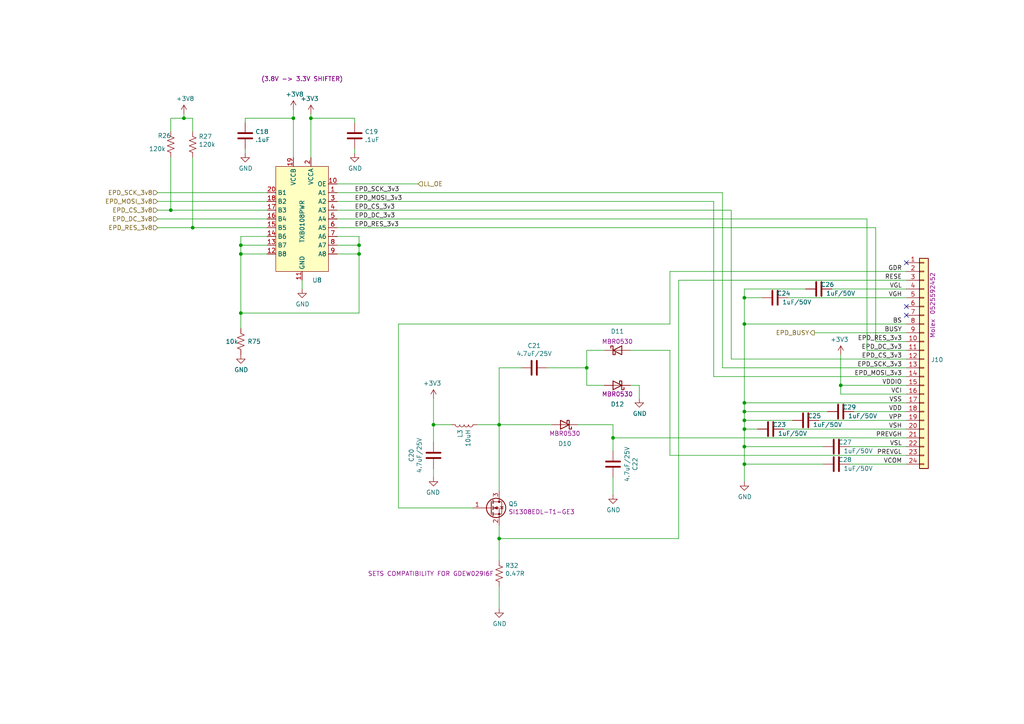
<source format=kicad_sch>
(kicad_sch (version 20230121) (generator eeschema)
  (paper "A4")
  (title_block (title "ePAPER DRIVER") (comment 1 "For Good Display GDEW029I6F "))
  (lib_symbols
    (symbol "Connector_Generic:Conn_01x24" (pin_names (offset 1.016) hide)
      (property "Reference" "J" (at 0 30.48 0))
      (property "Value" "Conn_01x24" (at 0 -33.02 0))
      (symbol "Conn_01x24_1_1"
        (rectangle (start -1.27 -30.353) (end 0 -30.607) (stroke (width 0.1524)))
        (rectangle (start -1.27 -27.813) (end 0 -28.067) (stroke (width 0.1524)))
        (rectangle (start -1.27 -25.273) (end 0 -25.527) (stroke (width 0.1524)))
        (rectangle (start -1.27 -22.733) (end 0 -22.987) (stroke (width 0.1524)))
        (rectangle (start -1.27 -20.193) (end 0 -20.447) (stroke (width 0.1524)))
        (rectangle (start -1.27 -17.653) (end 0 -17.907) (stroke (width 0.1524)))
        (rectangle (start -1.27 -15.113) (end 0 -15.367) (stroke (width 0.1524)))
        (rectangle (start -1.27 -12.573) (end 0 -12.827) (stroke (width 0.1524)))
        (rectangle (start -1.27 -10.033) (end 0 -10.287) (stroke (width 0.1524)))
        (rectangle (start -1.27 -7.493) (end 0 -7.747) (stroke (width 0.1524)))
        (rectangle (start -1.27 -4.953) (end 0 -5.207) (stroke (width 0.1524)))
        (rectangle (start -1.27 -2.413) (end 0 -2.667) (stroke (width 0.1524)))
        (rectangle (start -1.27 0.127) (end 0 -0.127) (stroke (width 0.1524)))
        (rectangle (start -1.27 2.667) (end 0 2.413) (stroke (width 0.1524)))
        (rectangle (start -1.27 5.207) (end 0 4.953) (stroke (width 0.1524)))
        (rectangle (start -1.27 7.747) (end 0 7.493) (stroke (width 0.1524)))
        (rectangle (start -1.27 10.287) (end 0 10.033) (stroke (width 0.1524)))
        (rectangle (start -1.27 12.827) (end 0 12.573) (stroke (width 0.1524)))
        (rectangle (start -1.27 15.367) (end 0 15.113) (stroke (width 0.1524)))
        (rectangle (start -1.27 17.907) (end 0 17.653) (stroke (width 0.1524)))
        (rectangle (start -1.27 20.447) (end 0 20.193) (stroke (width 0.1524)))
        (rectangle (start -1.27 22.987) (end 0 22.733) (stroke (width 0.1524)))
        (rectangle (start -1.27 25.527) (end 0 25.273) (stroke (width 0.1524)))
        (rectangle (start -1.27 28.067) (end 0 27.813) (stroke (width 0.1524)))
        (rectangle (start -1.27 29.21) (end 1.27 -31.75) (stroke (width 0.254)) (fill (type background)))
        (pin passive line (at -5.08 27.94 0) (length 3.81) (name "Pin_1") (number "1"))
        (pin passive line (at -5.08 5.08 0) (length 3.81) (name "Pin_10") (number "10"))
        (pin passive line (at -5.08 2.54 0) (length 3.81) (name "Pin_11") (number "11"))
        (pin passive line (at -5.08 0 0) (length 3.81) (name "Pin_12") (number "12"))
        (pin passive line (at -5.08 -2.54 0) (length 3.81) (name "Pin_13") (number "13"))
        (pin passive line (at -5.08 -5.08 0) (length 3.81) (name "Pin_14") (number "14"))
        (pin passive line (at -5.08 -7.62 0) (length 3.81) (name "Pin_15") (number "15"))
        (pin passive line (at -5.08 -10.16 0) (length 3.81) (name "Pin_16") (number "16"))
        (pin passive line (at -5.08 -12.7 0) (length 3.81) (name "Pin_17") (number "17"))
        (pin passive line (at -5.08 -15.24 0) (length 3.81) (name "Pin_18") (number "18"))
        (pin passive line (at -5.08 -17.78 0) (length 3.81) (name "Pin_19") (number "19"))
        (pin passive line (at -5.08 25.4 0) (length 3.81) (name "Pin_2") (number "2"))
        (pin passive line (at -5.08 -20.32 0) (length 3.81) (name "Pin_20") (number "20"))
        (pin passive line (at -5.08 -22.86 0) (length 3.81) (name "Pin_21") (number "21"))
        (pin passive line (at -5.08 -25.4 0) (length 3.81) (name "Pin_22") (number "22"))
        (pin passive line (at -5.08 -27.94 0) (length 3.81) (name "Pin_23") (number "23"))
        (pin passive line (at -5.08 -30.48 0) (length 3.81) (name "Pin_24") (number "24"))
        (pin passive line (at -5.08 22.86 0) (length 3.81) (name "Pin_3") (number "3"))
        (pin passive line (at -5.08 20.32 0) (length 3.81) (name "Pin_4") (number "4"))
        (pin passive line (at -5.08 17.78 0) (length 3.81) (name "Pin_5") (number "5"))
        (pin passive line (at -5.08 15.24 0) (length 3.81) (name "Pin_6") (number "6"))
        (pin passive line (at -5.08 12.7 0) (length 3.81) (name "Pin_7") (number "7"))
        (pin passive line (at -5.08 10.16 0) (length 3.81) (name "Pin_8") (number "8"))
        (pin passive line (at -5.08 7.62 0) (length 3.81) (name "Pin_9") (number "9"))
      )
    )
    (symbol "Device:C" (pin_numbers hide) (pin_names (offset 0.254))
      (property "Reference" "C" (at 0.635 2.54 0))
      (property "Value" "C" (at 0.635 -2.54 0))
      (symbol "C_0_1"
        (polyline (pts (xy -2.032 -0.762) (xy 2.032 -0.762)) (stroke (width 0.508)))
        (polyline (pts (xy -2.032 0.762) (xy 2.032 0.762)) (stroke (width 0.508)))
      )
      (symbol "C_1_1"
        (pin passive line (at 0 3.81 270) (length 2.794) (name "~") (number "1"))
        (pin passive line (at 0 -3.81 90) (length 2.794) (name "~") (number "2"))
      )
    )
    (symbol "Device:L" (pin_numbers hide) (pin_names (offset 1.016) hide)
      (property "Reference" "L" (at -1.27 0 90))
      (property "Value" "L" (at 1.905 0 90))
      (symbol "L_0_1"
        (arc (start 0 -2.54) (mid 0.6323 -1.905) (end 0 -1.27))
        (arc (start 0 -1.27) (mid 0.6323 -0.635) (end 0 0))
        (arc (start 0 0) (mid 0.6323 0.635) (end 0 1.27))
        (arc (start 0 1.27) (mid 0.6323 1.905) (end 0 2.54))
      )
      (symbol "L_1_1"
        (pin passive line (at 0 3.81 270) (length 1.27) (name "1") (number "1"))
        (pin passive line (at 0 -3.81 90) (length 1.27) (name "2") (number "2"))
      )
    )
    (symbol "Device:Q_NMOS_GSD" (pin_names (offset 0) hide)
      (property "Reference" "Q" (at 5.08 1.27 0))
      (property "Value" "Q_NMOS_GSD" (at 5.08 -1.27 0))
      (symbol "Q_NMOS_GSD_0_1"
        (polyline (pts (xy 0.254 0) (xy -2.54 0)))
        (polyline (pts (xy 0.254 1.905) (xy 0.254 -1.905)) (stroke (width 0.254)))
        (polyline (pts (xy 0.762 -1.27) (xy 0.762 -2.286)) (stroke (width 0.254)))
        (polyline (pts (xy 0.762 0.508) (xy 0.762 -0.508)) (stroke (width 0.254)))
        (polyline (pts (xy 0.762 2.286) (xy 0.762 1.27)) (stroke (width 0.254)))
        (polyline (pts (xy 2.54 2.54) (xy 2.54 1.778)))
        (polyline (pts (xy 2.54 -2.54) (xy 2.54 0) (xy 0.762 0)))
        (polyline (pts (xy 0.762 -1.778) (xy 3.302 -1.778) (xy 3.302 1.778) (xy 0.762 1.778)))
        (polyline (pts (xy 1.016 0) (xy 2.032 0.381) (xy 2.032 -0.381) (xy 1.016 0)) (fill (type outline)))
        (polyline (pts (xy 2.794 0.508) (xy 2.921 0.381) (xy 3.683 0.381) (xy 3.81 0.254)))
        (polyline (pts (xy 3.302 0.381) (xy 2.921 -0.254) (xy 3.683 -0.254) (xy 3.302 0.381)))
        (circle (center 1.651 0) (radius 2.794) (stroke (width 0.254)))
        (circle (center 2.54 -1.778) (radius 0.254) (fill (type outline)))
        (circle (center 2.54 1.778) (radius 0.254) (fill (type outline)))
      )
      (symbol "Q_NMOS_GSD_1_1"
        (pin input line (at -5.08 0 0) (length 2.54) (name "G") (number "1"))
        (pin passive line (at 2.54 -5.08 90) (length 2.54) (name "S") (number "2"))
        (pin passive line (at 2.54 5.08 270) (length 2.54) (name "D") (number "3"))
      )
    )
    (symbol "Device:R_US" (pin_numbers hide) (pin_names (offset 0))
      (property "Reference" "R" (at 2.54 0 90))
      (property "Value" "R_US" (at -2.54 0 90))
      (symbol "R_US_0_1"
        (polyline (pts (xy 0 -2.286) (xy 0 -2.54)))
        (polyline (pts (xy 0 2.286) (xy 0 2.54)))
        (polyline (pts (xy 0 -0.762) (xy 1.016 -1.143) (xy 0 -1.524) (xy -1.016 -1.905) (xy 0 -2.286)))
        (polyline (pts (xy 0 0.762) (xy 1.016 0.381) (xy 0 0) (xy -1.016 -0.381) (xy 0 -0.762)))
        (polyline (pts (xy 0 2.286) (xy 1.016 1.905) (xy 0 1.524) (xy -1.016 1.143) (xy 0 0.762)))
      )
      (symbol "R_US_1_1"
        (pin passive line (at 0 3.81 270) (length 1.27) (name "~") (number "1"))
        (pin passive line (at 0 -3.81 90) (length 1.27) (name "~") (number "2"))
      )
    )
    (symbol "Diode:MBR0530" (pin_numbers hide) (pin_names (offset 1.016) hide)
      (property "Reference" "D" (at 0 2.54 0))
      (property "Value" "MBR0530" (at 0 -2.54 0))
      (symbol "MBR0530_0_1"
        (polyline (pts (xy 1.27 0) (xy -1.27 0)))
        (polyline (pts (xy 1.27 1.27) (xy 1.27 -1.27) (xy -1.27 0) (xy 1.27 1.27)) (stroke (width 0.254)))
        (polyline (pts (xy -1.905 0.635) (xy -1.905 1.27) (xy -1.27 1.27) (xy -1.27 -1.27) (xy -0.635 -1.27) (xy -0.635 -0.635)) (stroke (width 0.254)))
      )
      (symbol "MBR0530_1_1"
        (pin passive line (at -3.81 0 0) (length 2.54) (name "K") (number "1"))
        (pin passive line (at 3.81 0 180) (length 2.54) (name "A") (number "2"))
      )
    )
    (symbol "MBR0530_1" (pin_numbers hide) (pin_names (offset 1.016) hide)
      (property "Reference" "D" (at 0 2.54 0))
      (property "Value" "MBR0530_1" (at 0 -2.54 0))
      (symbol "MBR0530_1_0_1"
        (polyline (pts (xy 1.27 0) (xy -1.27 0)))
        (polyline (pts (xy 1.27 1.27) (xy 1.27 -1.27) (xy -1.27 0) (xy 1.27 1.27)) (stroke (width 0.254)))
        (polyline (pts (xy -1.905 0.635) (xy -1.905 1.27) (xy -1.27 1.27) (xy -1.27 -1.27) (xy -0.635 -1.27) (xy -0.635 -0.635)) (stroke (width 0.254)))
      )
      (symbol "MBR0530_1_1_1"
        (pin passive line (at -3.81 0 0) (length 2.54) (name "K") (number "1"))
        (pin passive line (at 3.81 0 180) (length 2.54) (name "A") (number "2"))
      )
    )
    (symbol "MyLibrary:TXB0108PWR"
      (property "Reference" "U" (at 1.27 7.62 0))
      (property "Value" "TXB0108PWR" (at 0 -0.635 90))
      (symbol "TXB0108PWR_0_1"
        (rectangle (start -7.62 13.97) (end 7.62 -16.51) (fill (type background)))
      )
      (symbol "TXB0108PWR_1_1"
        (pin bidirectional line (at -10.16 6.35 0) (length 2.54) (name "A1") (number "1"))
        (pin bidirectional line (at -10.16 8.89 0) (length 2.54) (name "OE") (number "10"))
        (pin bidirectional line (at 0 -19.05 90) (length 2.54) (name "GND") (number "11"))
        (pin bidirectional line (at 10.16 -11.43 180) (length 2.54) (name "B8") (number "12"))
        (pin bidirectional line (at 10.16 -8.89 180) (length 2.54) (name "B7") (number "13"))
        (pin bidirectional line (at 10.16 -6.35 180) (length 2.54) (name "B6") (number "14"))
        (pin bidirectional line (at 10.16 -3.81 180) (length 2.54) (name "B5") (number "15"))
        (pin bidirectional line (at 10.16 -1.27 180) (length 2.54) (name "B4") (number "16"))
        (pin bidirectional line (at 10.16 1.27 180) (length 2.54) (name "B3") (number "17"))
        (pin bidirectional line (at 10.16 3.81 180) (length 2.54) (name "B2") (number "18"))
        (pin bidirectional line (at 2.54 16.51 270) (length 2.54) (name "VCCB") (number "19"))
        (pin bidirectional line (at -2.54 16.51 270) (length 2.54) (name "VCCA") (number "2"))
        (pin bidirectional line (at 10.16 6.35 180) (length 2.54) (name "B1") (number "20"))
        (pin bidirectional line (at -10.16 3.81 0) (length 2.54) (name "A2") (number "3"))
        (pin bidirectional line (at -10.16 1.27 0) (length 2.54) (name "A3") (number "4"))
        (pin bidirectional line (at -10.16 -1.27 0) (length 2.54) (name "A4") (number "5"))
        (pin bidirectional line (at -10.16 -3.81 0) (length 2.54) (name "A5") (number "6"))
        (pin bidirectional line (at -10.16 -6.35 0) (length 2.54) (name "A6") (number "7"))
        (pin bidirectional line (at -10.16 -8.89 0) (length 2.54) (name "A7") (number "8"))
        (pin bidirectional line (at -10.16 -11.43 0) (length 2.54) (name "A8") (number "9"))
      )
    )
    (symbol "power:+3V3" (power) (pin_names (offset 0))
      (property "Value" "+3V3" (at 0 3.556 0))
      (symbol "+3V3_0_1"
        (polyline (pts (xy -0.762 1.27) (xy 0 2.54)))
        (polyline (pts (xy 0 0) (xy 0 2.54)))
        (polyline (pts (xy 0 2.54) (xy 0.762 1.27)))
      )
      (symbol "+3V3_1_1"
        (pin power_in line (at 0 0 90) (length 0) hide (name "+3V3") (number "1"))
      )
    )
    (symbol "power:+3V8" (power) (pin_names (offset 0))
      (property "Value" "+3V8" (at 0 3.556 0))
      (symbol "+3V8_0_1"
        (polyline (pts (xy -0.762 1.27) (xy 0 2.54)))
        (polyline (pts (xy 0 0) (xy 0 2.54)))
        (polyline (pts (xy 0 2.54) (xy 0.762 1.27)))
      )
      (symbol "+3V8_1_1"
        (pin power_in line (at 0 0 90) (length 0) hide (name "+3V8") (number "1"))
      )
    )
    (symbol "power:GND" (power) (pin_names (offset 0))
      (property "Value" "GND" (at 0 -3.81 0))
      (symbol "GND_0_1"
        (polyline (pts (xy 0 0) (xy 0 -1.27) (xy 1.27 -1.27) (xy 0 -2.54) (xy -1.27 -1.27) (xy 0 -1.27)))
      )
      (symbol "GND_1_1"
        (pin power_in line (at 0 0 270) (length 0) hide (name "GND") (number "1"))
      )
    )
  )
  (junction (at 215.9 121.92))
  (junction (at 49.53 60.96))
  (junction (at 215.9 129.54))
  (junction (at 177.8 127))
  (junction (at 243.84 111.76))
  (junction (at 53.34 34.29))
  (junction (at 90.17 34.29))
  (junction (at 215.9 119.38))
  (junction (at 215.9 134.62))
  (junction (at 170.18 106.68))
  (junction (at 69.85 90.805))
  (junction (at 144.78 156.21))
  (junction (at 215.9 124.46))
  (junction (at 215.9 116.84))
  (junction (at 215.9 93.98))
  (junction (at 104.14 73.66))
  (junction (at 215.9 86.36))
  (junction (at 85.09 34.29))
  (junction (at 144.78 123.19))
  (junction (at 125.73 123.19))
  (junction (at 104.14 71.12))
  (junction (at 69.85 71.12))
  (junction (at 69.85 73.66))
  (junction (at 55.88 66.04))
  (no_connect (at 262.89 91.44))
  (no_connect (at 262.89 88.9))
  (no_connect (at 262.89 76.2))
  (wire (pts (xy 97.79 60.96) (xy 212.09 60.96)))
  (wire (pts (xy 55.88 38.1) (xy 55.88 34.29)))
  (wire (pts (xy 55.88 45.72) (xy 55.88 66.04)))
  (wire (pts (xy 194.31 132.08) (xy 262.89 132.08)))
  (wire (pts (xy 246.38 129.54) (xy 262.89 129.54)))
  (wire (pts (xy 194.31 132.08) (xy 194.31 101.6)))
  (wire (pts (xy 215.9 83.82) (xy 215.9 86.36)))
  (wire (pts (xy 90.17 33.02) (xy 90.17 34.29)))
  (wire (pts (xy 144.78 156.21) (xy 196.85 156.21)))
  (wire (pts (xy 71.12 34.29) (xy 71.12 35.56)))
  (wire (pts (xy 177.8 127) (xy 262.89 127)))
  (wire (pts (xy 104.14 71.12) (xy 104.14 68.58)))
  (wire (pts (xy 104.14 73.66) (xy 104.14 90.805)))
  (wire (pts (xy 243.84 111.76) (xy 243.84 114.3)))
  (wire (pts (xy 262.89 111.76) (xy 243.84 111.76)))
  (wire (pts (xy 144.78 156.21) (xy 144.78 162.56)))
  (wire (pts (xy 240.03 119.38) (xy 215.9 119.38)))
  (wire (pts (xy 144.78 170.18) (xy 144.78 176.53)))
  (wire (pts (xy 45.72 55.88) (xy 77.47 55.88)))
  (wire (pts (xy 196.85 81.28) (xy 262.89 81.28)))
  (wire (pts (xy 207.01 109.22) (xy 262.89 109.22)))
  (wire (pts (xy 251.46 63.5) (xy 251.46 101.6)))
  (wire (pts (xy 144.78 123.19) (xy 160.02 123.19)))
  (wire (pts (xy 77.47 73.66) (xy 69.85 73.66)))
  (wire (pts (xy 254 66.04) (xy 254 99.06)))
  (wire (pts (xy 215.9 124.46) (xy 215.9 129.54)))
  (wire (pts (xy 151.13 106.68) (xy 144.78 106.68)))
  (wire (pts (xy 97.79 71.12) (xy 104.14 71.12)))
  (wire (pts (xy 262.89 116.84) (xy 215.9 116.84)))
  (wire (pts (xy 243.84 114.3) (xy 262.89 114.3)))
  (wire (pts (xy 237.49 121.92) (xy 262.89 121.92)))
  (wire (pts (xy 194.31 78.74) (xy 262.89 78.74)))
  (wire (pts (xy 215.9 121.92) (xy 215.9 124.46)))
  (wire (pts (xy 207.01 58.42) (xy 207.01 109.22)))
  (wire (pts (xy 97.79 63.5) (xy 251.46 63.5)))
  (wire (pts (xy 87.63 81.28) (xy 87.63 83.82)))
  (wire (pts (xy 49.53 34.29) (xy 49.53 38.1)))
  (wire (pts (xy 170.18 101.6) (xy 175.26 101.6)))
  (wire (pts (xy 97.79 73.66) (xy 104.14 73.66)))
  (wire (pts (xy 215.9 129.54) (xy 238.76 129.54)))
  (wire (pts (xy 167.64 123.19) (xy 177.8 123.19)))
  (wire (pts (xy 125.73 115.57) (xy 125.73 123.19)))
  (wire (pts (xy 97.79 66.04) (xy 254 66.04)))
  (wire (pts (xy 125.73 138.43) (xy 125.73 135.89)))
  (wire (pts (xy 254 99.06) (xy 262.89 99.06)))
  (wire (pts (xy 77.47 66.04) (xy 55.88 66.04)))
  (wire (pts (xy 177.8 138.43) (xy 177.8 143.51)))
  (wire (pts (xy 233.68 83.82) (xy 215.9 83.82)))
  (wire (pts (xy 53.34 34.29) (xy 53.34 33.02)))
  (wire (pts (xy 158.75 106.68) (xy 170.18 106.68)))
  (wire (pts (xy 212.09 60.96) (xy 212.09 104.14)))
  (wire (pts (xy 177.8 123.19) (xy 177.8 127)))
  (wire (pts (xy 194.31 93.98) (xy 194.31 78.74)))
  (wire (pts (xy 55.88 34.29) (xy 53.34 34.29)))
  (wire (pts (xy 69.85 90.805) (xy 69.85 95.25)))
  (wire (pts (xy 262.89 124.46) (xy 227.33 124.46)))
  (wire (pts (xy 182.88 111.76) (xy 185.42 111.76)))
  (wire (pts (xy 194.31 101.6) (xy 182.88 101.6)))
  (wire (pts (xy 251.46 101.6) (xy 262.89 101.6)))
  (wire (pts (xy 212.09 104.14) (xy 262.89 104.14)))
  (wire (pts (xy 90.17 34.29) (xy 90.17 45.72)))
  (wire (pts (xy 102.87 35.56) (xy 102.87 34.29)))
  (wire (pts (xy 170.18 106.68) (xy 170.18 101.6)))
  (wire (pts (xy 209.55 106.68) (xy 262.89 106.68)))
  (wire (pts (xy 229.87 121.92) (xy 215.9 121.92)))
  (wire (pts (xy 53.34 34.29) (xy 49.53 34.29)))
  (wire (pts (xy 85.09 34.29) (xy 71.12 34.29)))
  (wire (pts (xy 104.14 73.66) (xy 104.14 71.12)))
  (wire (pts (xy 238.76 134.62) (xy 215.9 134.62)))
  (wire (pts (xy 102.87 44.45) (xy 102.87 43.18)))
  (wire (pts (xy 137.16 147.32) (xy 115.57 147.32)))
  (wire (pts (xy 236.22 96.52) (xy 262.89 96.52)))
  (wire (pts (xy 85.09 34.29) (xy 85.09 31.75)))
  (wire (pts (xy 85.09 45.72) (xy 85.09 34.29)))
  (wire (pts (xy 104.14 90.805) (xy 69.85 90.805)))
  (wire (pts (xy 262.89 83.82) (xy 241.3 83.82)))
  (wire (pts (xy 209.55 55.88) (xy 209.55 106.68)))
  (wire (pts (xy 97.79 53.34) (xy 121.285 53.34)))
  (wire (pts (xy 125.73 123.19) (xy 125.73 128.27)))
  (wire (pts (xy 215.9 116.84) (xy 215.9 119.38)))
  (wire (pts (xy 69.85 73.66) (xy 69.85 90.805)))
  (wire (pts (xy 215.9 134.62) (xy 215.9 139.7)))
  (wire (pts (xy 215.9 129.54) (xy 215.9 134.62)))
  (wire (pts (xy 97.79 55.88) (xy 209.55 55.88)))
  (wire (pts (xy 102.87 34.29) (xy 90.17 34.29)))
  (wire (pts (xy 138.43 123.19) (xy 144.78 123.19)))
  (wire (pts (xy 215.9 93.98) (xy 215.9 116.84)))
  (wire (pts (xy 45.72 63.5) (xy 77.47 63.5)))
  (wire (pts (xy 243.84 111.76) (xy 243.84 102.87)))
  (wire (pts (xy 130.81 123.19) (xy 125.73 123.19)))
  (wire (pts (xy 215.9 86.36) (xy 215.9 93.98)))
  (wire (pts (xy 69.85 71.12) (xy 77.47 71.12)))
  (wire (pts (xy 71.12 44.45) (xy 71.12 43.18)))
  (wire (pts (xy 69.85 71.12) (xy 69.85 68.58)))
  (wire (pts (xy 262.89 134.62) (xy 246.38 134.62)))
  (wire (pts (xy 170.18 106.68) (xy 170.18 111.76)))
  (wire (pts (xy 115.57 147.32) (xy 115.57 93.98)))
  (wire (pts (xy 69.85 73.66) (xy 69.85 71.12)))
  (wire (pts (xy 49.53 60.96) (xy 45.72 60.96)))
  (wire (pts (xy 115.57 93.98) (xy 194.31 93.98)))
  (wire (pts (xy 177.8 127) (xy 177.8 130.81)))
  (wire (pts (xy 196.85 156.21) (xy 196.85 81.28)))
  (wire (pts (xy 220.98 86.36) (xy 215.9 86.36)))
  (wire (pts (xy 45.72 58.42) (xy 77.47 58.42)))
  (wire (pts (xy 144.78 152.4) (xy 144.78 156.21)))
  (wire (pts (xy 55.88 66.04) (xy 45.72 66.04)))
  (wire (pts (xy 97.79 58.42) (xy 207.01 58.42)))
  (wire (pts (xy 219.71 124.46) (xy 215.9 124.46)))
  (wire (pts (xy 77.47 60.96) (xy 49.53 60.96)))
  (wire (pts (xy 170.18 111.76) (xy 175.26 111.76)))
  (wire (pts (xy 69.85 68.58) (xy 77.47 68.58)))
  (wire (pts (xy 262.89 93.98) (xy 215.9 93.98)))
  (wire (pts (xy 215.9 119.38) (xy 215.9 121.92)))
  (wire (pts (xy 185.42 111.76) (xy 185.42 115.57)))
  (wire (pts (xy 262.89 119.38) (xy 247.65 119.38)))
  (wire (pts (xy 144.78 106.68) (xy 144.78 123.19)))
  (wire (pts (xy 49.53 60.96) (xy 49.53 45.72)))
  (wire (pts (xy 262.89 86.36) (xy 228.6 86.36)))
  (wire (pts (xy 104.14 68.58) (xy 97.79 68.58)))
  (wire (pts (xy 144.78 123.19) (xy 144.78 142.24)))
  (label "EPD_CS_3v3" (at 261.62 104.14 180))
  (label "VSL" (at 261.62 129.54 180))
  (label "EPD_CS_3v3" (at 102.87 60.96 0))
  (label "GDR" (at 261.62 78.74 180))
  (label "EPD_MOSI_3v3" (at 102.87 58.42 0))
  (label "EPD_RES_3v3" (at 102.87 66.04 0))
  (label "PREVGL" (at 261.62 132.08 180))
  (label "BUSY" (at 261.62 96.52 180))
  (label "EPD_DC_3v3" (at 102.87 63.5 0))
  (label "VSH" (at 261.62 124.46 180))
  (label "VDD" (at 261.62 119.38 180))
  (label "RESE" (at 261.62 81.28 180))
  (label "EPD_DC_3v3" (at 261.62 101.6 180))
  (label "VDDIO" (at 261.62 111.76 180))
  (label "VGL" (at 261.62 83.82 180))
  (label "VCOM" (at 261.62 134.62 180))
  (label "PREVGH" (at 261.62 127 180))
  (label "EPD_RES_3v3" (at 261.62 99.06 180))
  (label "VPP" (at 261.62 121.92 180))
  (label "VSS" (at 261.62 116.84 180))
  (label "VGH" (at 261.62 86.36 180))
  (label "VCI" (at 261.62 114.3 180))
  (label "BS" (at 261.62 93.98 180))
  (label "EPD_SCK_3v3" (at 102.87 55.88 0))
  (label "EPD_MOSI_3v3" (at 261.62 109.22 180))
  (label "EPD_SCK_3v3" (at 261.62 106.68 180))
  (hierarchical_label "EPD_CS_3v8" (shape input) (at 45.72 60.96 180))
  (hierarchical_label "EPD_RES_3v8" (shape input) (at 45.72 66.04 180))
  (hierarchical_label "EPD_BUSY" (shape output) (at 236.22 96.52 180))
  (hierarchical_label "EPD_DC_3v8" (shape input) (at 45.72 63.5 180))
  (hierarchical_label "EPD_SCK_3v8" (shape input) (at 45.72 55.88 180))
  (hierarchical_label "LL_OE" (shape input) (at 121.285 53.34 0))
  (hierarchical_label "EPD_MOSI_3v8" (shape input) (at 45.72 58.42 180))
  (symbol (lib_id "power:GND") (at 144.78 176.53 0) (unit 1)
    (property "Reference" "#PWR0155" (effects hide))
    (property "Value" "GND" (at 144.907 180.9242 0))
  )
  (symbol (lib_id "Device:C") (at 177.8 134.62 180) (unit 1)
    (property "Reference" "C22" (at 184.2008 134.62 90))
    (property "Value" "4.7uF/25V" (at 181.8894 134.62 90))
    (property "Footprint" "Capacitor_SMD:C_0805_2012Metric" (effects hide))
    (property "Mfg. Name" "Samsung" (effects hide))
    (property "Mfg. Part No." "CL21A475KBQNNNE" (effects hide))
  )
  (symbol (lib_id "power:GND") (at 177.8 143.51 0) (unit 1)
    (property "Reference" "#PWR0156" (effects hide))
    (property "Value" "GND" (at 177.927 147.9042 0))
  )
  (symbol (lib_id "Device:C") (at 154.94 106.68 270) (unit 1)
    (property "Reference" "C21" (at 154.94 100.2792 90))
    (property "Value" "4.7uF/25V" (at 154.94 102.5906 90))
    (property "Footprint" "Capacitor_SMD:C_0805_2012Metric" (effects hide))
    (property "Mfg. Name" "Samsung" (effects hide))
    (property "Mfg. Part No." "CL21A475KBQNNNE" (effects hide))
  )
  (symbol (lib_id "Diode:MBR0530") (at 179.07 101.6 0) (unit 1)
    (property "Reference" "D11" (at 179.07 96.1136 0))
    (property "Value" "MBR0530 Diode for ePaper" (effects hide))
    (property "Footprint" "Diode_SMD:D_SOD-123" (effects hide))
    (property "Datasheet" "http://www.mccsemi.com/up_pdf/MBR0520~MBR0580(SOD123).pdf" (effects hide))
    (property "Mfg. Name" "ON Semi" (effects hide))
    (property "Mfg. Part No." "MBR0530" (at 179.07 99.06 0))
  )
  (symbol (lib_id "power:GND") (at 185.42 115.57 0) (unit 1)
    (property "Reference" "#PWR0157" (effects hide))
    (property "Value" "GND" (at 185.547 119.9642 0))
  )
  (symbol (lib_id "Device:C") (at 237.49 83.82 270) (unit 1)
    (property "Reference" "C26" (at 240.03 82.55 90))
    (property "Value" "1uF/50V" (at 243.84 85.09 90))
    (property "Footprint" "Capacitor_SMD:C_0805_2012Metric" (effects hide))
    (property "Mfg. Name" "Yageo" (effects hide))
    (property "Mfg. Part No." "CC0805KKX7R9BB105" (effects hide))
  )
  (symbol (lib_id "Device:C") (at 224.79 86.36 270) (unit 1)
    (property "Reference" "C24" (at 227.33 85.09 90))
    (property "Value" "1uF/50V" (at 231.14 87.63 90))
    (property "Footprint" "Capacitor_SMD:C_0805_2012Metric" (effects hide))
    (property "Mfg. Name" "Yageo" (effects hide))
    (property "Mfg. Part No." "CC0805KKX7R9BB105" (effects hide))
  )
  (symbol (lib_id "power:GND") (at 215.9 139.7 0) (unit 1)
    (property "Reference" "#PWR0158" (effects hide))
    (property "Value" "GND" (at 216.027 144.0942 0))
  )
  (symbol (lib_id "power:+3V3") (at 90.17 33.02 0) (mirror y) (unit 1)
    (property "Reference" "#PWR0164" (effects hide))
    (property "Value" "+3V3" (at 89.789 28.6258 0))
  )
  (symbol (lib_id "power:GND") (at 87.63 83.82 0) (unit 1)
    (property "Reference" "#PWR0165" (effects hide))
    (property "Value" "GND" (at 87.757 88.2142 0))
  )
  (symbol (lib_id "Device:R_US") (at 49.53 41.91 0) (unit 1)
    (property "Reference" "R26" (at 45.72 39.37 0) (effects (justify left)))
    (property "Value" "120k" (at 43.18 43.18 0) (effects (justify left)))
    (property "Footprint" "Resistor_SMD:R_0603_1608Metric" (effects hide))
    (property "Mfg. Name" "Vishay" (effects hide))
    (property "Mfg. Part No." "CRCW0603120KJNEA" (effects hide))
  )
  (symbol (lib_id "power:+3V8") (at 53.34 33.02 0) (unit 1)
    (property "Reference" "#PWR0166" (effects hide))
    (property "Value" "+3V8" (at 53.721 28.6258 0))
  )
  (symbol (lib_id "Device:R_US") (at 55.88 41.91 0) (unit 1)
    (property "Reference" "R27" (at 57.6072 39.5986 0) (effects (justify left)))
    (property "Value" "120k" (at 57.6072 41.91 0) (effects (justify left)))
    (property "Footprint" "Resistor_SMD:R_0603_1608Metric" (effects hide))
    (property "Mfg. Name" "Vishay" (effects hide))
    (property "Mfg. Part No." "CRCW0603120KJNEA" (effects hide))
  )
  (symbol (lib_id "power:+3V3") (at 243.84 102.87 0) (mirror y) (unit 1)
    (property "Reference" "#PWR0167" (effects hide))
    (property "Value" "+3V3" (at 243.459 98.4758 0))
  )
  (symbol (lib_id "Device:C") (at 243.84 119.38 270) (unit 1)
    (property "Reference" "C29" (at 246.38 118.11 90))
    (property "Value" "1uF/50V" (at 250.19 120.65 90))
    (property "Footprint" "Capacitor_SMD:C_0805_2012Metric" (effects hide))
    (property "Mfg. Name" "Yageo" (effects hide))
    (property "Mfg. Part No." "CC0805KKX7R9BB105" (effects hide))
  )
  (symbol (lib_id "Device:C") (at 223.52 124.46 270) (unit 1)
    (property "Reference" "C23" (at 226.06 123.19 90))
    (property "Value" "1uF/50V" (at 229.87 125.73 90))
    (property "Footprint" "Capacitor_SMD:C_0805_2012Metric" (effects hide))
    (property "Mfg. Name" "Yageo" (effects hide))
    (property "Mfg. Part No." "CC0805KKX7R9BB105" (effects hide))
  )
  (symbol (lib_id "Device:C") (at 233.68 121.92 270) (unit 1)
    (property "Reference" "C25" (at 236.22 120.65 90))
    (property "Value" "1uF/50V" (at 240.03 123.19 90))
    (property "Footprint" "Capacitor_SMD:C_0805_2012Metric" (effects hide))
    (property "Mfg. Name" "Yageo" (effects hide))
    (property "Mfg. Part No." "CC0805KKX7R9BB105" (effects hide))
  )
  (symbol (lib_id "Device:C") (at 242.57 129.54 270) (unit 1)
    (property "Reference" "C27" (at 245.11 128.27 90))
    (property "Value" "1uF/50V" (at 248.92 130.81 90))
    (property "Footprint" "Capacitor_SMD:C_0805_2012Metric" (effects hide))
    (property "Mfg. Name" "Yageo" (effects hide))
    (property "Mfg. Part No." "CC0805KKX7R9BB105" (effects hide))
  )
  (symbol (lib_id "Device:C") (at 242.57 134.62 270) (unit 1)
    (property "Reference" "C28" (at 245.11 133.35 90))
    (property "Value" "1uF/50V" (at 248.92 135.89 90))
    (property "Footprint" "Capacitor_SMD:C_0805_2012Metric" (effects hide))
    (property "Mfg. Name" "Yageo" (effects hide))
    (property "Mfg. Part No." "CC0805KKX7R9BB105" (effects hide))
  )
  (symbol (lib_id "power:+3V8") (at 85.09 31.75 0) (unit 1)
    (property "Reference" "#PWR0170" (effects hide))
    (property "Value" "+3V8" (at 85.471 27.3558 0))
  )
  (symbol (lib_id "Device:C") (at 71.12 39.37 0) (unit 1)
    (property "Reference" "C18" (at 74.041 38.2016 0) (effects (justify left)))
    (property "Value" ".1uF" (at 74.041 40.513 0) (effects (justify left)))
    (property "Footprint" "Capacitor_SMD:C_0603_1608Metric" (effects hide))
    (property "Mfg. Name" "Walsin" (effects hide))
    (property "Mfg. Part No." "0603B104K250CT" (effects hide))
  )
  (symbol (lib_id "Device:Q_NMOS_GSD") (at 142.24 147.32 0) (unit 1)
    (property "Reference" "Q5" (at 147.447 146.1516 0) (effects (justify left)))
    (property "Value" "N-MOSFET 30V 1.4A" (effects hide))
    (property "Footprint" "Package_TO_SOT_SMD:SOT-323_SC-70" (effects hide))
    (property "Datasheet" "https://www.vishay.com/docs/63399/si1308edl.pdf" (effects hide))
    (property "Mfg. Name" "Vishay" (effects hide))
    (property "Mfg. Part No." "SI1308EDL-T1-GE3 " (at 147.447 148.463 0) (effects (justify left)))
    (property "Alt. Part No." "NX3020NAKW,115" (effects hide))
  )
  (symbol (lib_id "Device:R_US") (at 144.78 166.37 0) (unit 1)
    (property "Reference" "R32" (at 146.5072 164.0586 0) (effects (justify left)))
    (property "Value" "0.47R" (at 146.5072 166.37 0) (effects (justify left)))
    (property "Footprint" "Resistor_SMD:R_0402_1005Metric" (effects hide))
    (property "Note" "SETS COMPATIBILITY FOR GDEW029I6F" (at 106.68 166.37 0) (effects (justify left)))
    (property "Mfg. Name" "Panasonic" (effects hide))
    (property "Mfg. Part No." "ERJ-2BQJR47X" (effects hide))
  )
  (symbol (lib_id "power:GND") (at 71.12 44.45 0) (unit 1)
    (property "Reference" "#PWR0171" (effects hide))
    (property "Value" "GND" (at 71.247 48.8442 0))
  )
  (symbol (lib_id "Device:C") (at 102.87 39.37 0) (unit 1)
    (property "Reference" "C19" (at 105.791 38.2016 0) (effects (justify left)))
    (property "Value" ".1uF" (at 105.791 40.513 0) (effects (justify left)))
    (property "Footprint" "Capacitor_SMD:C_0603_1608Metric" (effects hide))
    (property "Mfg. Name" "Walsin" (effects hide))
    (property "Mfg. Part No." "0603B104K250CT" (effects hide))
  )
  (symbol (lib_id "power:GND") (at 102.87 44.45 0) (unit 1)
    (property "Reference" "#PWR0172" (effects hide))
    (property "Value" "GND" (at 102.997 48.8442 0))
  )
  (symbol (lib_id "Connector_Generic:Conn_01x24") (at 267.97 104.14 0) (unit 1)
    (property "Reference" "J10" (at 270.002 104.3432 0) (effects (justify left)))
    (property "Value" "FPC Connector for ePaper" (effects hide))
    (property "Footprint" "MyFootprints:Molex_24pFPC_Vert_0525592452" (effects hide))
    (property "Mfg. Name" "Molex" (at 270.51 95.25 90))
    (property "Mfg. Part No." "0525592452" (at 270.51 85.09 90))
  )
  (symbol (lib_id "Device:L") (at 134.62 123.19 90) (mirror x) (unit 1)
    (property "Reference" "L3" (at 133.4516 124.5362 0) (effects (justify left)))
    (property "Value" "10uH" (at 135.763 124.5362 0) (effects (justify left)))
    (property "Footprint" "MyFootprints:Inductor10uH_Wurth_744053100" (effects hide))
    (property "Mfg. Name" "Wurth" (effects hide))
    (property "Mfg. Part No." "744053100" (effects hide))
  )
  (symbol (lib_id "power:+3V3") (at 125.73 115.57 0) (mirror y) (unit 1)
    (property "Reference" "#PWR0153" (effects hide))
    (property "Value" "+3V3" (at 125.349 111.1758 0))
  )
  (symbol (lib_id "Device:C") (at 125.73 132.08 0) (mirror x) (unit 1)
    (property "Reference" "C20" (at 119.3292 132.08 90))
    (property "Value" "4.7uF/25V" (at 121.6406 132.08 90))
    (property "Footprint" "Capacitor_SMD:C_0805_2012Metric" (effects hide))
    (property "Mfg. Name" "Samsung" (effects hide))
    (property "Mfg. Part No." "CL21A475KBQNNNE" (effects hide))
  )
  (symbol (lib_id "power:GND") (at 125.73 138.43 0) (mirror y) (unit 1)
    (property "Reference" "#PWR0154" (effects hide))
    (property "Value" "GND" (at 125.603 142.8242 0))
  )
  (symbol (lib_id "power:GND") (at 69.85 102.87 0) (unit 1)
    (property "Reference" "#PWR0194" (effects hide))
    (property "Value" "GND" (at 69.977 107.2642 0))
  )
  (symbol (lib_id "Device:R_US") (at 69.85 99.06 0) (unit 1)
    (property "Reference" "R75" (at 71.755 99.06 0) (effects (justify left)))
    (property "Value" "10k" (at 65.405 99.06 0) (effects (justify left)))
    (property "Footprint" "Resistor_SMD:R_0603_1608Metric" (effects hide))
    (property "Mfg. Name" "TE" (effects hide))
    (property "Mfg. Part No." "CRG0603F10K/10" (effects hide))
  )
  (symbol (lib_name "MBR0530_1") (lib_id "Diode:MBR0530") (at 163.83 123.19 180) (unit 1)
    (property "Reference" "D10" (at 163.83 128.6764 0))
    (property "Value" "MBR0530 Diode for ePaper" (effects hide))
    (property "Footprint" "Diode_SMD:D_SOD-123" (effects hide))
    (property "Datasheet" "http://www.mccsemi.com/up_pdf/MBR0520~MBR0580(SOD123).pdf" (effects hide))
    (property "Mfg. Name" "ON Semi" (effects hide))
    (property "Mfg. Part No." "MBR0530" (at 163.83 125.73 0))
  )
  (symbol (lib_id "Diode:MBR0530") (at 179.07 111.76 180) (unit 1)
    (property "Reference" "D12" (at 179.07 117.2464 0))
    (property "Value" "MBR0530 Diode for ePaper" (effects hide))
    (property "Footprint" "Diode_SMD:D_SOD-123" (effects hide))
    (property "Datasheet" "http://www.mccsemi.com/up_pdf/MBR0520~MBR0580(SOD123).pdf" (effects hide))
    (property "Mfg. Name" "ON Semi" (effects hide))
    (property "Mfg. Part No." "MBR0530" (at 179.07 114.3 0))
  )
  (symbol (lib_id "MyLibrary:TXB0108PWR") (at 87.63 62.23 0) (mirror y) (unit 1)
    (property "Reference" "U8" (at 93.345 81.28 0) (effects (justify left)))
    (property "Value" "TXB0108PWR" (at 87.63 70.485 90) (effects (justify left)))
    (property "Footprint" "Package_SO:TSSOP-20_4.4x6.5mm_P0.65mm" (effects hide))
    (property "Label" "(3.8V -> 3.3V SHIFTER)" (at 87.63 22.86 0))
    (property "Mfg. Name" "TI" (effects hide))
    (property "Mfg. Part No." "TXB0108PWR" (effects hide))
  )
)
</source>
